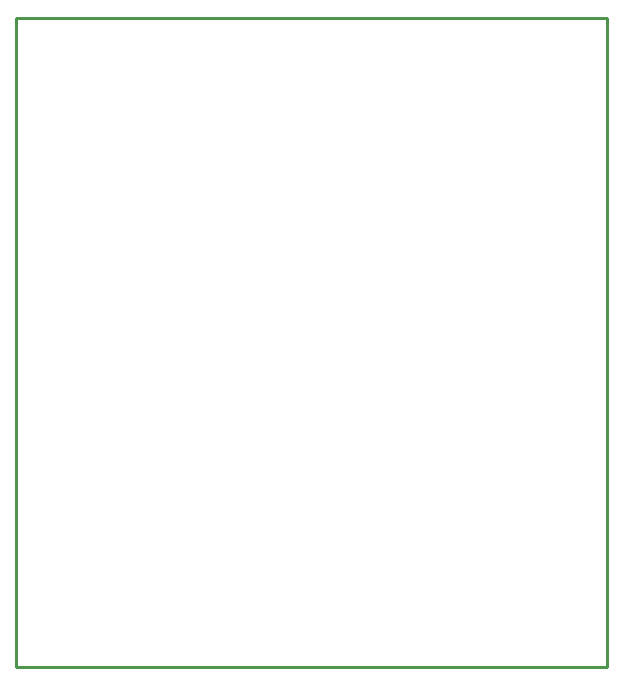
<source format=gbr>
G04 #@! TF.GenerationSoftware,KiCad,Pcbnew,(5.1.2-1)-1*
G04 #@! TF.CreationDate,2019-10-21T00:17:46+03:00*
G04 #@! TF.ProjectId,uaf0,75616630-2e6b-4696-9361-645f70636258,rev?*
G04 #@! TF.SameCoordinates,Original*
G04 #@! TF.FileFunction,Profile,NP*
%FSLAX46Y46*%
G04 Gerber Fmt 4.6, Leading zero omitted, Abs format (unit mm)*
G04 Created by KiCad (PCBNEW (5.1.2-1)-1) date 2019-10-21 00:17:46*
%MOMM*%
%LPD*%
G04 APERTURE LIST*
%ADD10C,0.250000*%
G04 APERTURE END LIST*
D10*
X45000000Y-96500000D02*
X45000000Y-41500000D01*
X95000000Y-96500000D02*
X45000000Y-96500000D01*
X95000000Y-41500000D02*
X95000000Y-96500000D01*
X45000000Y-41500000D02*
X95000000Y-41500000D01*
M02*

</source>
